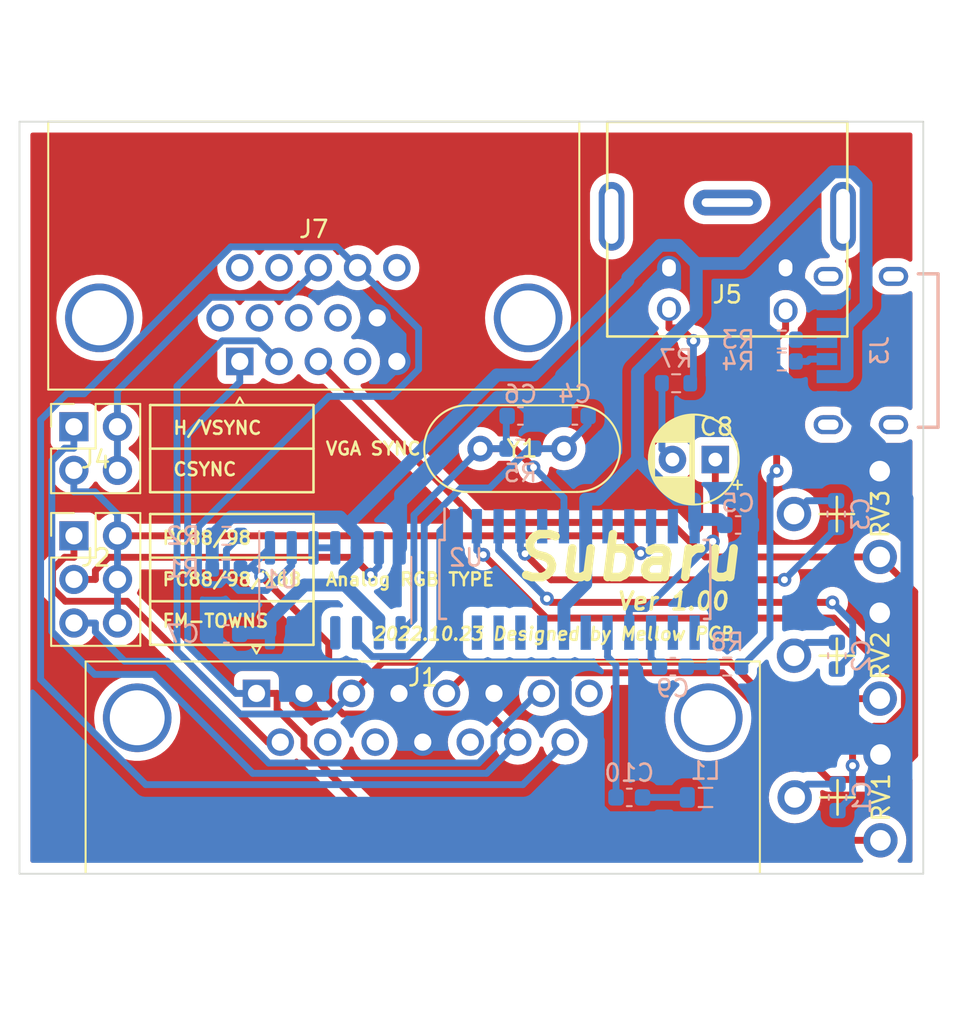
<source format=kicad_pcb>
(kicad_pcb (version 20211014) (generator pcbnew)
  (layers (0 "F.Cu" signal) (31 "B.Cu" signal) (34 "B.Paste" user) (35 "F.Paste" user) (36 "B.SilkS" user "B.Silkscreen") (37 "F.SilkS" user "F.Silkscreen") (38 "B.Mask" user) (39 "F.Mask" user) (44 "Edge.Cuts" user))
  (net 0 "")
  (net 1 "/Rin")
  (net 2 "Net-(C1-Pad2)")
  (net 3 "/Gin")
  (net 4 "Net-(C2-Pad2)")
  (net 5 "/Bin")
  (net 6 "Net-(C3-Pad2)")
  (net 7 "Net-(C4-Pad1)")
  (net 8 "GND")
  (net 9 "VCC")
  (net 10 "/SCin")
  (net 12 "Net-(C8-Pad1)")
  (net 13 "Net-(C8-Pad2)")
  (net 14 "Net-(C9-Pad1)")
  (net 15 "Net-(C9-Pad2)")
  (net 16 "Net-(C10-Pad1)")
  (net 17 "/YTRAP")
  (net 18 "/R")
  (net 19 "/G")
  (net 20 "/B")
  (net 21 "/FM_CSYNC")
  (net 23 "/CSYNC")
  (net 27 "/HSYNC")
  (net 28 "/VSYNC")
  (net 29 "/CSin")
  (net 30 "/HVSYNC")
  (net 31 "/SYNC")
  (net 32 "/S_Y")
  (net 33 "/S_C")
  (net 42 "Net-(J3-PadCC1)")
  (net 43 "Net-(J3-PadCC2)")
  (net 44 "Net-(U1-Pad3)")
  (footprint "toyoshim:RV-RM-065" (layer "F.Cu") (at 152.4 93.345 90)
    (fp_text reference "RV2")
    (fp_text value "2k")
  )
  (footprint "toyoshim:DSUB-15-HD_Female_A_HDF15A_KG_TAXB" (layer "F.Cu") (at 115.08 76.2 180)
    (fp_text reference "J7")
    (fp_text value "DB15_Female_HighDensity")
  )
  (footprint "toyoshim:RV-RM-065" (layer "F.Cu") (at 152.4 85.09 90)
    (fp_text reference "RV3")
    (fp_text value "2k")
  )
  (footprint "toyoshim:MINI-DIN-4-DI-6798-4" (layer "F.Cu") (at 143.51 70.7447)
    (fp_text reference "J5")
    (fp_text value "Mini-DIN-4-S")
  )
  (footprint "Connector_PinHeader_2.54mm:PinHeader_2x03_P2.54mm_Vertical" (layer "F.Cu") (at 105.41 86.36)
    (fp_text reference "J2")
    (fp_text value "SYNC_SEL")
  )
  (footprint "Capacitor_THT:CP_Radial_D5.0mm_P2.50mm" (layer "F.Cu") (at 142.8101 81.915 180)
    (fp_text reference "C8")
    (fp_text value "C_Polarized")
  )
  (footprint "Connector_PinHeader_2.54mm:PinHeader_2x02_P2.54mm_Vertical" (layer "F.Cu") (at 105.405 80.005)
    (fp_text reference "J4")
    (fp_text value "SYNC_OUT_SEL")
  )
  (footprint "Crystal:Crystal_HC49-4H_Vertical" (layer "F.Cu") (at 133.985 81.28 180)
    (fp_text reference "Y1")
    (fp_text value "3.579545M")
  )
  (footprint "Connector_Dsub:DSUB-15_Male_Horizontal_P2.77x2.84mm_EdgePinOffset7.70mm_Housed_MountingHolesOffset9.12mm" (layer "F.Cu") (at 116.055 95.5397)
    (fp_text reference "J1")
    (fp_text value "DB15_Male")
  )
  (footprint "toyoshim:RV-RM-065" (layer "F.Cu") (at 152.44 101.6 90)
    (fp_text reference "RV1")
    (fp_text value "2k")
  )
  (footprint "toyoshim:SOIC-24_4.4x15.4mm_P1.27mm" (layer "B.Cu") (at 134.62 88.9 -90)
    (fp_text reference "U2")
    (fp_text value "BH7236AF")
  )
  (footprint "Inductor_SMD:L_0805_2012Metric" (layer "B.Cu") (at 142.24 101.6 180)
    (fp_text reference "L1")
    (fp_text value "68u")
  )
  (footprint "Capacitor_SMD:C_0603_1608Metric" (layer "B.Cu") (at 131.445 79.375)
    (fp_text reference "C6")
    (fp_text value "20p")
  )
  (footprint "Resistor_SMD:R_0603_1608Metric" (layer "B.Cu") (at 146.685 74.93 180)
    (fp_text reference "R3")
    (fp_text value "5.1K")
  )
  (footprint "toyoshim:USB4125-GF-A" (layer "B.Cu") (at 152.4 75.565 -90)
    (fp_text reference "J3")
    (fp_text value "USB_C_Power")
  )
  (footprint "Capacitor_SMD:C_0603_1608Metric" (layer "B.Cu") (at 114.3 92.075 180)
    (fp_text reference "C7")
    (fp_text value "C")
  )
  (footprint "Capacitor_SMD:C_0603_1608Metric" (layer "B.Cu") (at 137.795 101.6 180)
    (fp_text reference "C10")
    (fp_text value "27p")
  )
  (footprint "Capacitor_SMD:C_0603_1608Metric" (layer "B.Cu") (at 149.86 85.09 90)
    (fp_text reference "C3")
    (fp_text value "0.1u")
  )
  (footprint "Capacitor_SMD:C_0603_1608Metric" (layer "B.Cu") (at 149.9 93.345 90)
    (fp_text reference "C2")
    (fp_text value "0.1u")
  )
  (footprint "Resistor_SMD:R_0603_1608Metric" (layer "B.Cu") (at 146.685 76.2 180)
    (fp_text reference "R4")
    (fp_text value "5.1K")
  )
  (footprint "Resistor_SMD:R_0603_1608Metric" (layer "B.Cu") (at 114.3 88.265)
    (fp_text reference "R1")
    (fp_text value "10K")
  )
  (footprint "Capacitor_SMD:C_0603_1608Metric" (layer "B.Cu") (at 140.335 93.98 180)
    (fp_text reference "C9")
    (fp_text value "0.47u")
  )
  (footprint "Resistor_SMD:R_0603_1608Metric" (layer "B.Cu") (at 114.3 86.36)
    (fp_text reference "R2")
    (fp_text value "10K")
  )
  (footprint "Capacitor_SMD:C_0603_1608Metric" (layer "B.Cu") (at 134.62 79.375 180)
    (fp_text reference "C4")
    (fp_text value "20p")
  )
  (footprint "Resistor_SMD:R_0603_1608Metric" (layer "B.Cu") (at 131.445 81.28)
    (fp_text reference "R5")
    (fp_text value "1M")
  )
  (footprint "Resistor_SMD:R_0603_1608Metric" (layer "B.Cu") (at 143.51 93.98 180)
    (fp_text reference "R8")
    (fp_text value "75")
  )
  (footprint "Package_SO:SOIC-14_3.9x8.7mm_P1.27mm" (layer "B.Cu") (at 120.65 89.535 -90)
    (fp_text reference "U1")
    (fp_text value "74HC86")
  )
  (footprint "Capacitor_SMD:C_0603_1608Metric" (layer "B.Cu") (at 149.94 101.6 90)
    (fp_text reference "C1")
    (fp_text value "0.1u")
  )
  (footprint "Resistor_SMD:R_0603_1608Metric" (layer "B.Cu") (at 140.525 77.47 180)
    (fp_text reference "R7")
    (fp_text value "75")
  )
  (footprint "Capacitor_SMD:C_0603_1608Metric" (layer "B.Cu") (at 144.145 85.725)
    (fp_text reference "C5")
    (fp_text value "C")
  )
  (gr_line (start 109.855 83.82) (end 119.38 83.82) (layer "F.SilkS") (width 0.15))
  (gr_line (start 119.38 78.74) (end 119.38 83.82) (layer "F.SilkS") (width 0.15))
  (gr_line (start 109.855 78.74) (end 109.855 83.82) (layer "F.SilkS") (width 0.15))
  (gr_line (start 109.855 85.09) (end 109.855 92.71) (layer "F.SilkS") (width 0.15))
  (gr_line (start 119.38 85.09) (end 109.855 85.09) (layer "F.SilkS") (width 0.15))
  (gr_line (start 119.38 78.74) (end 109.855 78.74) (layer "F.SilkS") (width 0.15))
  (gr_line (start 109.855 92.71) (end 119.38 92.71) (layer "F.SilkS") (width 0.15))
  (gr_line (start 109.855 90.17) (end 119.38 90.17) (layer "F.SilkS") (width 0.15))
  (gr_line (start 109.855 87.63) (end 119.38 87.63) (layer "F.SilkS") (width 0.15))
  (gr_line (start 119.38 92.71) (end 119.38 85.09) (layer "F.SilkS") (width 0.15))
  (gr_line (start 109.855 81.28) (end 119.38 81.28) (layer "F.SilkS") (width 0.15))
  (gr_line (start 102.235 106.045) (end 102.235 62.23) (layer "Edge.Cuts") (width 0.1))
  (gr_line (start 154.94 106.045) (end 102.235 106.045) (layer "Edge.Cuts") (width 0.1))
  (gr_line (start 102.235 62.23) (end 154.94 62.23) (layer "Edge.Cuts") (width 0.1))
  (gr_line (start 154.94 62.23) (end 154.94 106.045) (layer "Edge.Cuts") (width 0.1))
  (gr_text "VGA SYNC" (at 120.015 81.28) (layer "F.SilkS") (effects (font (size 0.75 0.75)) (justify left)))
  (gr_text "PC88/98\n\nPC88/98/X68\n\nFM-TOWNS" (at 110.49 88.9) (layer "F.SilkS") (effects (font (size 0.75 0.75)) (justify left)))
  (gr_text "Subaru" (at 137.795013 87.63) (layer "F.SilkS") (effects (font (size 2.5 2.5) (thickness 0.5) italic)))
  (gr_text "H/VSYNC\n\nCSYNC" (at 111.125 81.28) (layer "F.SilkS") (effects (font (size 0.75 0.75)) (justify left)))
  (gr_text "Analog RGB TYPE" (at 120.015 88.9) (layer "F.SilkS") (effects (font (size 0.75 0.75)) (justify left)))
  (gr_text "Ver 1.00" (at 140.335013 90.17) (layer "F.SilkS") (effects (font (size 1 1) (thickness 0.2) italic)))
  (gr_text "2022.10.23 Designed by Mellow PCB" (at 133.350013 92.075) (layer "F.SilkS") (effects (font (size 0.75 0.75) (thickness 0.15) italic)))
  (segment (start 132.9712 91.1509) (end 149.7297 91.1509) (width 0.4) (layer "F.Cu") (net 1))
  (segment (start 150.8163 98.7101) (end 150.8163 99.7516) (width 0.4) (layer "F.Cu") (net 1))
  (segment (start 153.838 95.2592) (end 153.838 96.4444) (width 0.4) (layer "F.Cu") (net 1))
  (segment (start 149.7297 91.1509) (end 153.838 95.2592) (width 0.4) (layer "F.Cu") (net 1))
  (segment (start 153.838 96.4444) (end 152.8299 97.4525) (width 0.4) (layer "F.Cu") (net 1))
  (segment (start 129.2815 87.4612) (end 132.9712 91.1509) (width 0.4) (layer "F.Cu") (net 1))
  (segment (start 150.8163 99.7516) (end 150.8162 99.7516) (width 0.4) (layer "F.Cu") (net 1))
  (segment (start 152.0739 97.4525) (end 150.8163 98.7101) (width 0.4) (layer "F.Cu") (net 1))
  (segment (start 152.8299 97.4525) (end 152.0739 97.4525) (width 0.4) (layer "F.Cu") (net 1))
  (via (at 150.8162 99.7516) (size 0.8) (drill 0.4) (layers "F.Cu" "B.Cu") (net 1))
  (via (at 129.2815 87.4612) (size 0.8) (drill 0.4) (layers "F.Cu" "B.Cu") (net 1))
  (segment (start 129.0206 87.2003) (end 128.905 87.2003) (width 0.4) (layer "B.Cu") (net 1))
  (segment (start 128.905 85.8) (end 128.905 87.2003) (width 0.4) (layer "B.Cu") (net 1))
  (segment (start 150.8162 101.4988) (end 150.8162 99.7516) (width 0.4) (layer "B.Cu") (net 1))
  (segment (start 149.94 102.375) (end 150.8162 101.4988) (width 0.4) (layer "B.Cu") (net 1))
  (segment (start 129.2815 87.4612) (end 129.0206 87.2003) (width 0.4) (layer "B.Cu") (net 1))
  (segment (start 149.94 100.825) (end 148.215 100.825) (width 0.4) (layer "B.Cu") (net 2))
  (segment (start 148.215 100.825) (end 147.44 101.6) (width 0.4) (layer "B.Cu") (net 2))
  (segment (start 133.2137 90.239) (end 149.6395 90.239) (width 0.4) (layer "F.Cu") (net 3))
  (segment (start 132.9921 90.0174) (end 133.2137 90.239) (width 0.4) (layer "F.Cu") (net 3))
  (via (at 132.9921 90.0174) (size 0.8) (drill 0.4) (layers "F.Cu" "B.Cu") (net 3))
  (via (at 149.6395 90.239) (size 0.8) (drill 0.4) (layers "F.Cu" "B.Cu") (net 3))
  (segment (start 150.8255 91.425) (end 149.6395 90.239) (width 0.4) (layer "B.Cu") (net 3))
  (segment (start 150.8255 93.1945) (end 150.8255 91.425) (width 0.4) (layer "B.Cu") (net 3))
  (segment (start 149.9 94.12) (end 150.8255 93.1945) (width 0.4) (layer "B.Cu") (net 3))
  (segment (start 130.175 87.2003) (end 132.9921 90.0174) (width 0.4) (layer "B.Cu") (net 3))
  (segment (start 130.175 85.8) (end 130.175 87.2003) (width 0.4) (layer "B.Cu") (net 3))
  (segment (start 148.175 92.57) (end 147.4 93.345) (width 0.4) (layer "B.Cu") (net 4))
  (segment (start 149.9 92.57) (end 148.175 92.57) (width 0.4) (layer "B.Cu") (net 4))
  (segment (start 146.8413 88.922) (end 133.2342 88.922) (width 0.4) (layer "F.Cu") (net 5))
  (segment (start 133.2342 88.922) (end 131.7148 87.4026) (width 0.4) (layer "F.Cu") (net 5))
  (via (at 131.7148 87.4026) (size 0.8) (drill 0.4) (layers "F.Cu" "B.Cu") (net 5))
  (via (at 146.8413 88.922) (size 0.8) (drill 0.4) (layers "F.Cu" "B.Cu") (net 5))
  (segment (start 149.86 85.865) (end 149.86 85.9033) (width 0.4) (layer "B.Cu") (net 5))
  (segment (start 131.5125 87.2003) (end 131.445 87.2003) (width 0.4) (layer "B.Cu") (net 5))
  (segment (start 149.86 85.9033) (end 146.8413 88.922) (width 0.4) (layer "B.Cu") (net 5))
  (segment (start 131.445 85.8) (end 131.445 87.2003) (width 0.4) (layer "B.Cu") (net 5))
  (segment (start 131.7148 87.4026) (end 131.5125 87.2003) (width 0.4) (layer "B.Cu") (net 5))
  (segment (start 148.175 84.315) (end 147.4 85.09) (width 0.4) (layer "B.Cu") (net 6))
  (segment (start 149.86 84.315) (end 148.175 84.315) (width 0.4) (layer "B.Cu") (net 6))
  (segment (start 131.9451 81.28) (end 132.27 81.28) (width 0.4) (layer "B.Cu") (net 7))
  (segment (start 121.92 92.5135) (end 122.7968 93.3903) (width 0.4) (layer "B.Cu") (net 7))
  (segment (start 125.8358 92.4173) (end 125.8358 85.7237) (width 0.4) (layer "B.Cu") (net 7))
  (segment (start 121.92 92.01) (end 121.92 92.5135) (width 0.4) (layer "B.Cu") (net 7))
  (segment (start 125.8358 85.7237) (end 127.9888 83.5707) (width 0.4) (layer "B.Cu") (net 7))
  (segment (start 124.8628 93.3903) (end 125.8358 92.4173) (width 0.4) (layer "B.Cu") (net 7))
  (segment (start 133.985 81.28) (end 135.395 79.87) (width 0.4) (layer "B.Cu") (net 7))
  (segment (start 132.27 81.28) (end 133.985 81.28) (width 0.4) (layer "B.Cu") (net 7))
  (segment (start 122.7968 93.3903) (end 124.8628 93.3903) (width 0.4) (layer "B.Cu") (net 7))
  (segment (start 129.6544 83.5707) (end 131.9451 81.28) (width 0.4) (layer "B.Cu") (net 7))
  (segment (start 135.395 79.87) (end 135.395 79.375) (width 0.4) (layer "B.Cu") (net 7))
  (segment (start 127.9888 83.5707) (end 129.6544 83.5707) (width 0.4) (layer "B.Cu") (net 7))
  (segment (start 128.3003 70.7447) (end 124.24 74.805) (width 0.75) (layer "F.Cu") (net 8))
  (segment (start 140.11 70.7447) (end 128.3003 70.7447) (width 0.75) (layer "F.Cu") (net 8))
  (segment (start 124.24 74.805) (end 123.095 73.66) (width 0.75) (layer "F.Cu") (net 8))
  (segment (start 146.91 70.7447) (end 140.11 70.7447) (width 0.75) (layer "F.Cu") (net 8))
  (segment (start 124.24 76.2) (end 124.24 74.805) (width 0.75) (layer "F.Cu") (net 8))
  (segment (start 127.5126 93.5274) (end 127.3574 93.5274) (width 0.75) (layer "B.Cu") (net 8))
  (segment (start 148.1447 78.315) (end 147.949 78.1193) (width 0.75) (layer "B.Cu") (net 8))
  (segment (start 127.635 92) (end 127.635 93.5753) (width 0.75) (layer "B.Cu") (net 8))
  (segment (start 147.949 78.1193) (end 147.4642 78.1193) (width 0.75) (layer "B.Cu") (net 8))
  (segment (start 147.4642 77.8042) (end 145.86 76.2) (width 0.75) (layer "B.Cu") (net 8))
  (segment (start 131.2895 94.1552) (end 133.274 94.1552) (width 0.75) (layer "B.Cu") (net 8))
  (segment (start 133.845 77.0097) (end 133.845 79.375) (width 0.75) (layer "B.Cu") (net 8))
  (segment (start 127.5605 93.5753) (end 127.5126 93.5274) (width 0.75) (layer "B.Cu") (net 8))
  (segment (start 118.825 94.1466) (end 118.2945 93.6161) (width 0.75) (layer "B.Cu") (net 8))
  (segment (start 118.11 93.6161) (end 114.9363 93.6161) (width 0.75) (layer "B.Cu") (net 8))
  (segment (start 136.5295 102.7843) (end 142.1182 102.7843) (width 0.75) (layer "B.Cu") (net 8))
  (segment (start 144.92 80.6635) (end 144.92 85.725) (width 0.75) (layer "B.Cu") (net 8))
  (segment (start 130.1049 78.2962) (end 124.46 83.9411) (width 0.75) (layer "B.Cu") (net 8))
  (segment (start 135.9871 98.3027) (end 135.9871 102.2419) (width 0.75) (layer "B.Cu") (net 8))
  (segment (start 132.22 79.2734) (end 131.2428 78.2962) (width 0.75) (layer "B.Cu") (net 8))
  (segment (start 143.3025 101.6) (end 146.169 98.7335) (width 0.75) (layer "B.Cu") (net 8))
  (segment (start 127.0758 93.5753) (end 124.8318 95.8193) (width 0.75) (layer "B.Cu") (net 8))
  (segment (start 152.4 82.59) (end 152.4 81.0485) (width 0.75) (layer "B.Cu") (net 8))
  (segment (start 149.32 78.315) (end 150.4953 78.315) (width 0.75) (layer "B.Cu") (net 8))
  (segment (start 142.1182 102.7843) (end 143.3025 101.6) (width 0.75) (layer "B.Cu") (net 8))
  (segment (start 147.4642 78.1193) (end 144.92 80.6635) (width 0.75) (layer "B.Cu") (net 8))
  (segment (start 145.6184 74.6884) (end 145.6184 72.0363) (width 0.75) (layer "B.Cu") (net 8))
  (segment (start 118.2945 93.6161) (end 118.11 93.6161) (width 0.75) (layer "B.Cu") (net 8))
  (segment (start 153.9881 84.1781) (end 153.9881 89.2569) (width 0.75) (layer "B.Cu") (net 8))
  (segment (start 127.635 85.8) (end 127.635 87.3753) (width 0.75) (layer "B.Cu") (net 8))
  (segment (start 134.06 94.9412) (end 134.06 96.3756) (width 0.75) (layer "B.Cu") (net 8))
  (segment (start 118.11 92.01) (end 118.11 93.6161) (width 0.75) (layer "B.Cu") (net 8))
  (segment (start 114.9363 93.6161) (end 113.525 92.2048) (width 0.75) (layer "B.Cu") (net 8))
  (segment (start 150.8243 95.1466) (end 150.8243 98.7335) (width 0.75) (layer "B.Cu") (net 8))
  (segment (start 152.0735 98.7335) (end 152.44 99.1) (width 0.75) (layer "B.Cu") (net 8))
  (segment (start 129.905 95.5397) (end 127.9406 93.5753) (width 0.75) (layer "B.Cu") (net 8))
  (segment (start 127.635 93.5753) (end 127.5605 93.5753) (width 0.75) (layer "B.Cu") (net 8))
  (segment (start 152.4 82.59) (end 153.9881 84.1781) (width 0.75) (layer "B.Cu") (net 8))
  (segment (start 133.274 94.1552) (end 134.06 94.9412) (width 0.75) (layer "B.Cu") (net 8))
  (segment (start 135.9871 102.2419) (end 136.5295 102.7843) (width 0.75) (layer "B.Cu") (net 8))
  (segment (start 131.2428 78.2962) (end 130.1049 78.2962) (width 0.75) (layer "B.Cu") (net 8))
  (segment (start 125.75 96.7375) (end 125.75 98.3797) (width 0.75) (layer "B.Cu") (net 8))
  (segment (start 129.905 95.5397) (end 131.2895 94.1552) (width 0.75) (layer "B.Cu") (net 8))
  (segment (start 123.6817 95.5397) (end 124.365 95.5397) (width 0.75) (layer "B.Cu") (net 8))
  (segment (start 122.2886 94.1466) (end 123.6817 95.5397) (width 0.75) (layer "B.Cu") (net 8))
  (segment (start 124.46 83.9411) (end 124.46 87.06) (width 0.75) (layer "B.Cu") (net 8))
  (segment (start 132.22 79.375) (end 132.22 79.2734) (width 0.75) (layer "B.Cu") (net 8))
  (segment (start 134.06 96.3756) (end 135.9871 98.3027) (width 0.75) (layer "B.Cu") (net 8))
  (segment (start 146.169 98.7335) (end 150.8243 98.7335) (width 0.75) (layer "B.Cu") (net 8))
  (segment (start 127.3096 93.5753) (end 127.0758 93.5753) (width 0.75) (layer "B.Cu") (net 8))
  (segment (start 150.4953 79.1438) (end 150.4953 78.315) (width 0.75) (layer "B.Cu") (net 8))
  (segment (start 140.11 70.7447) (end 133.845 77.0097) (width 0.75) (layer "B.Cu") (net 8))
  (segment (start 145.86 76.2) (end 145.86 74.93) (width 0.75) (layer "B.Cu") (net 8))
  (segment (start 127.3574 93.5275) (end 127.3096 93.5753) (width 0.75) (layer "B.Cu") (net 8))
  (segment (start 127.9406 93.5753) (end 127.635 93.5753) (width 0.75) (layer "B.Cu") (net 8))
  (segment (start 145.86 74.93) (end 145.6184 74.6884) (width 0.75) (layer "B.Cu") (net 8))
  (segment (start 152.4 90.845) (end 152.4 93.5709) (width 0.75) (layer "B.Cu") (net 8))
  (segment (start 147.4642 78.1193) (end 147.4642 77.8042) (width 0.75) (layer "B.Cu") (net 8))
  (segment (start 145.6184 72.0363) (end 146.91 70.7447) (width 0.75) (layer "B.Cu") (net 8))
  (segment (start 152.4 93.5709) (end 150.8243 95.1466) (width 0.75) (layer "B.Cu") (net 8))
  (segment (start 153.9881 89.2569) (end 152.4 90.845) (width 0.75) (layer "B.Cu") (net 8))
  (segment (start 118.825 95.5397) (end 118.825 94.1466) (width 0.75) (layer "B.Cu") (net 8))
  (segment (start 152.4 81.0485) (end 150.4953 79.1438) (width 0.75) (layer "B.Cu") (net 8))
  (segment (start 124.365 95.5397) (end 124.5522 95.5397) (width 0.75) (layer "B.Cu") (net 8))
  (segment (start 127.3574 93.5274) (end 127.3574 93.5275) (width 0.75) (layer "B.Cu") (net 8))
  (segment (start 124.8318 95.8193) (end 125.75 96.7375) (width 0.75) (layer "B.Cu") (net 8))
  (segment (start 149.32 78.315) (end 148.1447 78.315) (width 0.75) (layer "B.Cu") (net 8))
  (segment (start 118.825 94.1466) (end 122.2886 94.1466) (width 0.75) (layer "B.Cu") (net 8))
  (segment (start 133.845 79.375) (end 132.22 79.375) (width 0.75) (layer "B.Cu") (net 8))
  (segment (start 150.8243 98.7335) (end 152.0735 98.7335) (width 0.75) (layer "B.Cu") (net 8))
  (segment (start 113.525 92.2048) (end 113.525 92.075) (width 0.75) (layer "B.Cu") (net 8))
  (segment (start 149.32 72.815) (end 148.9803 72.815) (width 0.75) (layer "B.Cu") (net 8))
  (segment (start 148.9803 72.815) (end 146.91 70.7447) (width 0.75) (layer "B.Cu") (net 8))
  (segment (start 127.635 87.3753) (end 127.635 92) (width 0.75) (layer "B.Cu") (net 8))
  (segment (start 124.5522 95.5397) (end 124.8318 95.8193) (width 0.75) (layer "B.Cu") (net 8))
  (segment (start 119.38 92.01) (end 118.11 92.01) (width 0.75) (layer "B.Cu") (net 8))
  (segment (start 132.2111 76.9862) (end 130.0708 76.9862) (width 0.75) (layer "B.Cu") (net 9))
  (segment (start 135.255 89.1547) (end 133.985 90.4247) (width 0.75) (layer "B.Cu") (net 9))
  (segment (start 120.9211 85.2619) (end 121.3581 85.6989) (width 0.75) (layer "B.Cu") (net 9))
  (segment (start 133.985 92) (end 133.985 90.4247) (width 0.75) (layer "B.Cu") (net 9))
  (segment (start 114.5731 85.2619) (end 120.9211 85.2619) (width 0.75) (layer "B.Cu") (net 9))
  (segment (start 113.475 86.36) (end 114.5731 85.2619) (width 0.75) (layer "B.Cu") (net 9))
  (segment (start 121.2134 89.2259) (end 118.8514 89.2259) (width 0.75) (layer "B.Cu") (net 9))
  (segment (start 135.9687 84.2247) (end 135.255 84.2247) (width 0.75) (layer "B.Cu") (net 9))
  (segment (start 135.255 85.8) (end 135.255 89.1547) (width 0.75) (layer "B.Cu") (net 9))
  (segment (start 141.605 85.4061) (end 141.605 84.2247) (width 0.75) (layer "B.Cu") (net 9))
  (segment (start 115.075 92.075) (end 115.14 92.01) (width 0.75) (layer "B.Cu") (net 9))
  (segment (start 150.8324 65.1554) (end 149.6641 65.1554) (width 0.75) (layer "B.Cu") (net 9))
  (segment (start 139.5937 69.4356) (end 137.7107 71.3186) (width 0.75) (layer "B.Cu") (net 9))
  (segment (start 116.84 91.2373) (end 116.84 92.01) (width 0.75) (layer "B.Cu") (net 9))
  (segment (start 150.4953 76.9874) (end 150.4953 74.045) (width 0.75) (layer "B.Cu") (net 9))
  (segment (start 141.7003 70.4936) (end 141.7003 73.3927) (width 0.75) (layer "B.Cu") (net 9))
  (segment (start 141.7003 70.4936) (end 140.6423 69.4356) (width 0.75) (layer "B.Cu") (net 9))
  (segment (start 137.7107 71.4866) (end 132.2111 76.9862) (width 0.75) (layer "B.Cu") (net 9))
  (segment (start 140.5773 84.2247) (end 141.605 84.2247) (width 0.75) (layer "B.Cu") (net 9))
  (segment (start 143.0511 85.4061) (end 143.37 85.725) (width 0.75) (layer "B.Cu") (net 9))
  (segment (start 118.8514 89.2259) (end 116.84 91.2373) (width 0.75) (layer "B.Cu") (net 9))
  (segment (start 149.32 77.085) (end 150.3977 77.085) (width 0.75) (layer "B.Cu") (net 9))
  (segment (start 121.92 86.2608) (end 121.92 87.06) (width 0.75) (layer "B.Cu") (net 9))
  (segment (start 144.3259 70.4936) (end 141.7003 70.4936) (width 0.75) (layer "B.Cu") (net 9))
  (segment (start 150.3977 77.085) (end 150.4953 76.9874) (width 0.75) (layer "B.Cu") (net 9))
  (segment (start 121.2134 89.2259) (end 121.2134 88.5113) (width 0.75) (layer "B.Cu") (net 9))
  (segment (start 138.273 81.9204) (end 140.5773 84.2247) (width 0.75) (layer "B.Cu") (net 9))
  (segment (start 141.7003 73.3927) (end 138.273 76.82) (width 0.75) (layer "B.Cu") (net 9))
  (segment (start 135.255 85.8) (end 135.255 84.2247) (width 0.75) (layer "B.Cu") (net 9))
  (segment (start 123.19 92.01) (end 123.19 91.2025) (width 0.75) (layer "B.Cu") (net 9))
  (segment (start 140.6423 69.4356) (end 139.5937 69.4356) (width 0.75) (layer "B.Cu") (net 9))
  (segment (start 130.0708 76.9862) (end 121.3581 85.6989) (width 0.75) (layer "B.Cu") (net 9))
  (segment (start 141.605 85.4061) (end 143.0511 85.4061) (width 0.75) (layer "B.Cu") (net 9))
  (segment (start 138.273 76.82) (end 138.273 81.9204) (width 0.75) (layer "B.Cu") (net 9))
  (segment (start 115.14 92.01) (end 116.84 92.01) (width 0.75) (layer "B.Cu") (net 9))
  (segment (start 149.6641 65.1554) (end 144.3259 70.4936) (width 0.75) (layer "B.Cu") (net 9))
  (segment (start 151.6046 65.9276) (end 150.8324 65.1554) (width 0.75) (layer "B.Cu") (net 9))
  (segment (start 121.92 87.8047) (end 121.92 87.06) (width 0.75) (layer "B.Cu") (net 9))
  (segment (start 121.2134 88.5113) (end 121.92 87.8047) (width 0.75) (layer "B.Cu") (net 9))
  (segment (start 137.7107 71.3186) (end 137.7107 71.4866) (width 0.75) (layer "B.Cu") (net 9))
  (segment (start 141.605 85.8) (end 141.605 85.4061) (width 0.75) (layer "B.Cu") (net 9))
  (segment (start 149.32 74.045) (end 150.4953 74.045) (width 0.75) (layer "B.Cu") (net 9))
  (segment (start 138.273 81.9204) (end 135.9687 84.2247) (width 0.75) (layer "B.Cu") (net 9))
  (segment (start 150.4953 74.045) (end 151.6046 72.9357) (width 0.75) (layer "B.Cu") (net 9))
  (segment (start 113.475 88.265) (end 113.475 86.36) (width 0.75) (layer "B.Cu") (net 9))
  (segment (start 121.3581 85.6989) (end 121.92 86.2608) (width 0.75) (layer "B.Cu") (net 9))
  (segment (start 151.6046 72.9357) (end 151.6046 65.9276) (width 0.75) (layer "B.Cu") (net 9))
  (segment (start 123.19 91.2025) (end 121.2134 89.2259) (width 0.75) (layer "B.Cu") (net 9))
  (segment (start 129.105 81.28) (end 131.1223 81.28) (width 0.4) (layer "F.Cu") (net 10))
  (segment (start 131.1223 81.28) (end 132.2114 82.3691) (width 0.4) (layer "F.Cu") (net 10))
  (via (at 132.2114 82.3691) (size 0.8) (drill 0.4) (layers "F.Cu" "B.Cu") (net 10))
  (segment (start 125.2354 85.1496) (end 129.105 81.28) (width 0.4) (layer "B.Cu") (net 10))
  (segment (start 129.105 81.28) (end 130.62 81.28) (width 0.4) (layer "B.Cu") (net 10))
  (segment (start 130.62 81.28) (end 130.62 79.425) (width 0.4) (layer "B.Cu") (net 10))
  (segment (start 130.62 79.425) (end 130.67 79.375) (width 0.4) (layer "B.Cu") (net 10))
  (segment (start 125.2354 91.2346) (end 125.2354 85.1496) (width 0.4) (layer "B.Cu") (net 10))
  (segment (start 133.985 84.1427) (end 132.2114 82.3691) (width 0.4) (layer "B.Cu") (net 10))
  (segment (start 133.985 84.3997) (end 133.985 84.1427) (width 0.4) (layer "B.Cu") (net 10))
  (segment (start 133.985 85.8) (end 133.985 84.3997) (width 0.4) (layer "B.Cu") (net 10))
  (segment (start 124.46 92.01) (end 125.2354 91.2346) (width 0.4) (layer "B.Cu") (net 10))
  (segment (start 142.8101 86.5452) (end 142.8101 81.915) (width 0.4) (layer "F.Cu") (net 12))
  (segment (start 142.6694 86.6859) (end 142.8101 86.5452) (width 0.4) (layer "F.Cu") (net 12))
  (via (at 142.6694 86.6859) (size 0.8) (drill 0.4) (layers "F.Cu" "B.Cu") (net 12))
  (segment (start 138.7556 90.5997) (end 142.6694 86.6859) (width 0.4) (layer "B.Cu") (net 12))
  (segment (start 137.795 92) (end 137.795 90.5997) (width 0.4) (layer "B.Cu") (net 12))
  (segment (start 137.795 90.5997) (end 138.7556 90.5997) (width 0.4) (layer "B.Cu") (net 12))
  (segment (start 139.7 81.3049) (end 140.3101 81.915) (width 0.4) (layer "B.Cu") (net 13))
  (segment (start 139.7 77.47) (end 139.7 81.3049) (width 0.4) (layer "B.Cu") (net 13))
  (segment (start 142.685 93.98) (end 141.11 93.98) (width 0.4) (layer "B.Cu") (net 14))
  (segment (start 139.065 93.485) (end 139.56 93.98) (width 0.4) (layer "B.Cu") (net 15))
  (segment (start 139.065 92) (end 139.065 93.485) (width 0.4) (layer "B.Cu") (net 15))
  (segment (start 138.57 101.6) (end 141.1775 101.6) (width 0.4) (layer "B.Cu") (net 16))
  (segment (start 136.525 92) (end 136.525 93.4003) (width 0.4) (layer "B.Cu") (net 17))
  (segment (start 137.02 93.8953) (end 137.02 101.6) (width 0.4) (layer "B.Cu") (net 17))
  (segment (start 136.525 93.4003) (end 137.02 93.8953) (width 0.4) (layer "B.Cu") (net 17))
  (segment (start 116.055 95.5397) (end 117.2553 95.5397) (width 0.4) (layer "F.Cu") (net 18))
  (segment (start 118.825 98.7163) (end 124.2087 104.1) (width 0.4) (layer "F.Cu") (net 18))
  (segment (start 124.2087 104.1) (end 152.44 104.1) (width 0.4) (layer "F.Cu") (net 18))
  (segment (start 117.2553 95.5397) (end 117.2553 96.4747) (width 0.4) (layer "F.Cu") (net 18))
  (segment (start 117.2553 96.4747) (end 118.825 98.0444) (width 0.4) (layer "F.Cu") (net 18))
  (segment (start 118.825 98.0444) (end 118.825 98.7163) (width 0.4) (layer "F.Cu") (net 18))
  (segment (start 112.0423 80.438) (end 115.08 77.4003) (width 0.4) (layer "B.Cu") (net 18))
  (segment (start 116.055 95.5397) (end 114.8547 95.5397) (width 0.4) (layer "B.Cu") (net 18))
  (segment (start 112.0423 92.7273) (end 112.0423 80.438) (width 0.4) (layer "B.Cu") (net 18))
  (segment (start 115.08 76.2) (end 115.08 77.4003) (width 0.4) (layer "B.Cu") (net 18))
  (segment (start 114.8547 95.5397) (end 112.0423 92.7273) (width 0.4) (layer "B.Cu") (net 18))
  (segment (start 123.4068 93.7279) (end 143.6899 93.7279) (width 0.4) (layer "F.Cu") (net 19))
  (segment (start 121.595 95.5397) (end 123.4068 93.7279) (width 0.4) (layer "F.Cu") (net 19))
  (segment (start 145.807 95.845) (end 152.4 95.845) (width 0.4) (layer "F.Cu") (net 19))
  (segment (start 143.6899 93.7279) (end 145.807 95.845) (width 0.4) (layer "F.Cu") (net 19))
  (segment (start 111.4194 77.6466) (end 114.0664 74.9996) (width 0.4) (layer "B.Cu") (net 19))
  (segment (start 114.0664 74.9996) (end 116.1696 74.9996) (width 0.4) (layer "B.Cu") (net 19))
  (segment (start 121.595 95.5397) (end 120.3946 96.7401) (width 0.4) (layer "B.Cu") (net 19))
  (segment (start 116.1696 74.9996) (end 117.37 76.2) (width 0.4) (layer "B.Cu") (net 19))
  (segment (start 111.4194 93.0726) (end 111.4194 77.6466) (width 0.4) (layer "B.Cu") (net 19))
  (segment (start 120.3946 96.7401) (end 115.0869 96.7401) (width 0.4) (layer "B.Cu") (net 19))
  (segment (start 115.0869 96.7401) (end 111.4194 93.0726) (width 0.4) (layer "B.Cu") (net 19))
  (segment (start 154.4384 89.6284) (end 152.4 87.59) (width 0.4) (layer "F.Cu") (net 20))
  (segment (start 129.0409 85.5809) (end 119.66 76.2) (width 0.4) (layer "F.Cu") (net 20))
  (segment (start 154.4384 99.1339) (end 154.4384 89.6284) (width 0.4) (layer "F.Cu") (net 20))
  (segment (start 149.4467 100.5546) (end 153.0177 100.5546) (width 0.4) (layer "F.Cu") (net 20))
  (segment (start 128.3354 94.3393) (end 143.2314 94.3393) (width 0.4) (layer "F.Cu") (net 20))
  (segment (start 127.135 95.5397) (end 128.3354 94.3393) (width 0.4) (layer "F.Cu") (net 20))
  (segment (start 152.4 87.59) (end 142.2228 87.59) (width 0.4) (layer "F.Cu") (net 20))
  (segment (start 142.2228 87.59) (end 140.2137 85.5809) (width 0.4) (layer "F.Cu") (net 20))
  (segment (start 153.0177 100.5546) (end 154.4384 99.1339) (width 0.4) (layer "F.Cu") (net 20))
  (segment (start 143.2314 94.3393) (end 149.4467 100.5546) (width 0.4) (layer "F.Cu") (net 20))
  (segment (start 140.2137 85.5809) (end 129.0409 85.5809) (width 0.4) (layer "F.Cu") (net 20))
  (segment (start 105.41 91.44) (end 106.6603 91.44) (width 0.4) (layer "B.Cu") (net 21))
  (segment (start 129.905 98.0521) (end 129.905 98.6997) (width 0.4) (layer "B.Cu") (net 21))
  (segment (start 110.8388 93.6649) (end 108.3671 93.6649) (width 0.4) (layer "B.Cu") (net 21))
  (segment (start 108.3671 93.6649) (end 106.6603 91.9581) (width 0.4) (layer "B.Cu") (net 21))
  (segment (start 106.6603 91.9581) (end 106.6603 91.44) (width 0.4) (layer "B.Cu") (net 21))
  (segment (start 132.4174 95.5397) (end 129.905 98.0521) (width 0.4) (layer "B.Cu") (net 21))
  (segment (start 132.675 95.5397) (end 132.4174 95.5397) (width 0.4) (layer "B.Cu") (net 21))
  (segment (start 129.905 98.6997) (end 129.0079 99.5968) (width 0.4) (layer "B.Cu") (net 21))
  (segment (start 116.7707 99.5968) (end 110.8388 93.6649) (width 0.4) (layer "B.Cu") (net 21))
  (segment (start 129.0079 99.5968) (end 116.7707 99.5968) (width 0.4) (layer "B.Cu") (net 21))
  (segment (start 104.1597 88.3135) (end 104.8629 87.6103) (width 0.4) (layer "F.Cu") (net 23))
  (segment (start 104.1597 89.4242) (end 104.1597 88.3135) (width 0.4) (layer "F.Cu") (net 23))
  (segment (start 108.5033 90.17) (end 104.9055 90.17) (width 0.4) (layer "F.Cu") (net 23))
  (segment (start 105.41 86.36) (end 105.41 87.6103) (width 0.4) (layer "F.Cu") (net 23))
  (segment (start 116.713 98.3797) (end 108.5033 90.17) (width 0.4) (layer "F.Cu") (net 23))
  (segment (start 104.9055 90.17) (end 104.1597 89.4242) (width 0.4) (layer "F.Cu") (net 23))
  (segment (start 117.44 98.3797) (end 116.713 98.3797) (width 0.4) (layer "F.Cu") (net 23))
  (segment (start 104.8629 87.6103) (end 105.41 87.6103) (width 0.4) (layer "F.Cu") (net 23))
  (segment (start 129.6504 96.7401) (end 121.0956 96.7401) (width 0.4) (layer "F.Cu") (net 27))
  (segment (start 131.29 98.3797) (end 129.6504 96.7401) (width 0.4) (layer "F.Cu") (net 27))
  (segment (start 121.0956 96.7401) (end 120.2681 95.9126) (width 0.4) (layer "F.Cu") (net 27))
  (segment (start 120.2681 92.6427) (end 116.3215 88.6961) (width 0.4) (layer "F.Cu") (net 27))
  (segment (start 120.2681 95.9126) (end 120.2681 92.6427) (width 0.4) (layer "F.Cu") (net 27))
  (via (at 116.3215 88.6961) (size 0.8) (drill 0.4) (layers "F.Cu" "B.Cu") (net 27))
  (segment (start 115.7627 88.1373) (end 116.3215 88.6961) (width 0.4) (layer "B.Cu") (net 27))
  (segment (start 129.4725 100.1972) (end 131.29 98.3797) (width 0.4) (layer "B.Cu") (net 27))
  (segment (start 104.858 81.2553) (end 104.1194 81.9939) (width 0.4) (layer "B.Cu") (net 27))
  (segment (start 115.635 88.265) (end 115.125 88.265) (width 0.4) (layer "B.Cu") (net 27))
  (segment (start 115.7627 88.1373) (end 115.635 88.265) (width 0.4) (layer "B.Cu") (net 27))
  (segment (start 104.1194 91.9338) (end 106.6184 94.4328) (width 0.4) (layer "B.Cu") (net 27))
  (segment (start 104.1194 81.9939) (end 104.1194 91.9338) (width 0.4) (layer "B.Cu") (net 27))
  (segment (start 105.405 81.2553) (end 104.858 81.2553) (width 0.4) (layer "B.Cu") (net 27))
  (segment (start 110.0767 94.4328) (end 115.8411 100.1972) (width 0.4) (layer "B.Cu") (net 27))
  (segment (start 105.405 80.005) (end 105.405 81.2553) (width 0.4) (layer "B.Cu") (net 27))
  (segment (start 106.6184 94.4328) (end 110.0767 94.4328) (width 0.4) (layer "B.Cu") (net 27))
  (segment (start 116.84 87.06) (end 115.7627 88.1373) (width 0.4) (layer "B.Cu") (net 27))
  (segment (start 115.8411 100.1972) (end 129.4725 100.1972) (width 0.4) (layer "B.Cu") (net 27))
  (segment (start 113.071 89.1974) (end 112.6737 88.8001) (width 0.4) (layer "B.Cu") (net 28))
  (segment (start 109.5983 100.8544) (end 131.5853 100.8544) (width 0.4) (layer "B.Cu") (net 28))
  (segment (start 103.4668 94.7229) (end 109.5983 100.8544) (width 0.4) (layer "B.Cu") (net 28))
  (segment (start 121.95 70.739) (end 120.7355 69.5245) (width 0.4) (layer "B.Cu") (net 28))
  (segment (start 116.6533 89.5425) (end 115.0212 89.5425) (width 0.4) (layer "B.Cu") (net 28))
  (segment (start 118.11 87.06) (end 118.11 88.0858) (width 0.4) (layer "B.Cu") (net 28))
  (segment (start 125.5081 76.6578) (end 125.5081 74.2971) (width 0.4) (layer "B.Cu") (net 28))
  (segment (start 112.6737 85.8362) (end 120.2742 78.2357) (width 0.4) (layer "B.Cu") (net 28))
  (segment (start 104.9921 78.0813) (end 103.4668 79.6066) (width 0.4) (layer "B.Cu") (net 28))
  (segment (start 125.5081 74.2971) (end 121.95 70.739) (width 0.4) (layer "B.Cu") (net 28))
  (segment (start 114.3023 88.8236) (end 114.3023 87.1827) (width 0.4) (layer "B.Cu") (net 28))
  (segment (start 120.7355 69.5245) (end 114.557 69.5245) (width 0.4) (layer "B.Cu") (net 28))
  (segment (start 120.2742 78.2357) (end 123.9302 78.2357) (width 0.4) (layer "B.Cu") (net 28))
  (segment (start 106.0002 78.0813) (end 104.9921 78.0813) (width 0.4) (layer "B.Cu") (net 28))
  (segment (start 114.3023 87.1827) (end 115.125 86.36) (width 0.4) (layer "B.Cu") (net 28))
  (segment (start 114.557 69.5245) (end 106.0002 78.0813) (width 0.4) (layer "B.Cu") (net 28))
  (segment (start 114.3023 88.8236) (end 113.9285 89.1974) (width 0.4) (layer "B.Cu") (net 28))
  (segment (start 115.0212 89.5425) (end 114.3023 88.8236) (width 0.4) (layer "B.Cu") (net 28))
  (segment (start 112.6737 88.8001) (end 112.6737 85.8362) (width 0.4) (layer "B.Cu") (net 28))
  (segment (start 113.9285 89.1974) (end 113.071 89.1974) (width 0.4) (layer "B.Cu") (net 28))
  (segment (start 103.4668 79.6066) (end 103.4668 94.7229) (width 0.4) (layer "B.Cu") (net 28))
  (segment (start 118.11 88.0858) (end 116.6533 89.5425) (width 0.4) (layer "B.Cu") (net 28))
  (segment (start 131.5853 100.8544) (end 134.06 98.3797) (width 0.4) (layer "B.Cu") (net 28))
  (segment (start 123.9302 78.2357) (end 125.5081 76.6578) (width 0.4) (layer "B.Cu") (net 28))
  (segment (start 109.2003 86.36) (end 137.4472 86.36) (width 0.4) (layer "F.Cu") (net 29))
  (segment (start 107.95 86.36) (end 109.2003 86.36) (width 0.4) (layer "F.Cu") (net 29))
  (segment (start 137.4472 86.36) (end 138.4593 87.3721) (width 0.4) (layer "F.Cu") (net 29))
  (via (at 138.4593 87.3721) (size 0.8) (drill 0.4) (layers "F.Cu" "B.Cu") (net 29))
  (segment (start 107.95 86.36) (end 107.95 85.1097) (width 0.4) (layer "B.Cu") (net 29))
  (segment (start 139.065 87.2003) (end 138.8932 87.3721) (width 0.4) (layer "B.Cu") (net 29))
  (segment (start 107.95 88.9) (end 107.95 86.36) (width 0.4) (layer "B.Cu") (net 29))
  (segment (start 107.95 91.44) (end 107.95 88.9) (width 0.4) (layer "B.Cu") (net 29))
  (segment (start 106.6356 83.7953) (end 105.405 83.7953) (width 0.4) (layer "B.Cu") (net 29))
  (segment (start 107.95 85.1097) (end 106.6356 83.7953) (width 0.4) (layer "B.Cu") (net 29))
  (segment (start 138.8932 87.3721) (end 138.4593 87.3721) (width 0.4) (layer "B.Cu") (net 29))
  (segment (start 139.065 85.8) (end 139.065 87.2003) (width 0.4) (layer "B.Cu") (net 29))
  (segment (start 105.405 82.545) (end 105.405 83.7953) (width 0.4) (layer "B.Cu") (net 29))
  (segment (start 122.7073 88.6224) (end 121.6953 87.6104) (width 0.4) (layer "F.Cu") (net 30))
  (segment (start 121.6953 87.6104) (end 107.4318 87.6104) (width 0.4) (layer "F.Cu") (net 30))
  (segment (start 105.41 88.9) (end 106.6603 88.9) (width 0.4) (layer "F.Cu") (net 30))
  (segment (start 106.6603 88.3819) (end 106.6603 88.9) (width 0.4) (layer "F.Cu") (net 30))
  (segment (start 107.4318 87.6104) (end 106.6603 88.3819) (width 0.4) (layer "F.Cu") (net 30))
  (via (at 122.7073 88.6224) (size 0.8) (drill 0.4) (layers "F.Cu" "B.Cu") (net 30))
  (segment (start 123.19 87.06) (end 123.19 88.1397) (width 0.4) (layer "B.Cu") (net 30))
  (segment (start 123.19 88.1397) (end 122.7073 88.6224) (width 0.4) (layer "B.Cu") (net 30))
  (segment (start 107.945 80.005) (end 107.945 77.9065) (width 0.4) (layer "B.Cu") (net 31))
  (segment (start 117.9394 72.4596) (end 119.66 70.739) (width 0.4) (layer "B.Cu") (net 31))
  (segment (start 107.945 77.9065) (end 113.3919 72.4596) (width 0.4) (layer "B.Cu") (net 31))
  (segment (start 113.3919 72.4596) (end 117.9394 72.4596) (width 0.4) (layer "B.Cu") (net 31))
  (segment (start 107.945 82.545) (end 107.945 80.005) (width 0.4) (layer "B.Cu") (net 31))
  (segment (start 140.11 73.1447) (end 140.11 74.245) (width 0.4) (layer "F.Cu") (net 32))
  (segment (start 141.5338 75.0037) (end 140.7751 74.245) (width 0.4) (layer "F.Cu") (net 32))
  (segment (start 140.7751 74.245) (end 140.11 74.245) (width 0.4) (layer "F.Cu") (net 32))
  (via (at 141.5338 75.0037) (size 0.8) (drill 0.4) (layers "F.Cu" "B.Cu") (net 32))
  (segment (start 141.35 77.47) (end 141.5338 77.2862) (width 0.4) (layer "B.Cu") (net 32))
  (segment (start 141.5338 77.2862) (end 141.5338 75.0037) (width 0.4) (layer "B.Cu") (net 32))
  (segment (start 146.91 73.2447) (end 146.91 74.345) (width 0.4) (layer "F.Cu") (net 33))
  (segment (start 146.389 82.5642) (end 146.389 74.866) (width 0.4) (layer "F.Cu") (net 33))
  (segment (start 146.389 74.866) (end 146.91 74.345) (width 0.4) (layer "F.Cu") (net 33))
  (via (at 146.389 82.5642) (size 0.8) (drill 0.4) (layers "F.Cu" "B.Cu") (net 33))
  (segment (start 145.9996 92.3154) (end 145.9996 82.9536) (width 0.4) (layer "B.Cu") (net 33))
  (segment (start 145.9996 82.9536) (end 146.389 82.5642) (width 0.4) (layer "B.Cu") (net 33))
  (segment (start 144.335 93.98) (end 145.9996 92.3154) (width 0.4) (layer "B.Cu") (net 33))
  (segment (start 147.645 75.065) (end 147.51 74.93) (width 0.4) (layer "B.Cu") (net 42))
  (segment (start 149.32 75.065) (end 147.645 75.065) (width 0.4) (layer "B.Cu") (net 42))
  (segment (start 148.1847 76.2) (end 148.3197 76.065) (width 0.4) (layer "B.Cu") (net 43))
  (segment (start 147.51 76.2) (end 148.1847 76.2) (width 0.4) (layer "B.Cu") (net 43))
  (segment (start 149.32 76.065) (end 148.3197 76.065) (width 0.4) (layer "B.Cu") (net 43))
  (segment (start 120.65 87.06) (end 119.38 87.06) (width 0.4) (layer "B.Cu") (net 44))
  (zone (net 8) (net_name "GND") (layers F&B.Cu) (connect_pads yes (clearance 0.508)) (min_thickness 0.254) (fill yes (thermal_gap 0.508) (thermal_bridge_width 0.508))
    (polygon (pts (xy 154.305 105.41) (xy 102.87 105.41) (xy 102.87 62.865) (xy 154.305 62.865)))
  )
)
</source>
